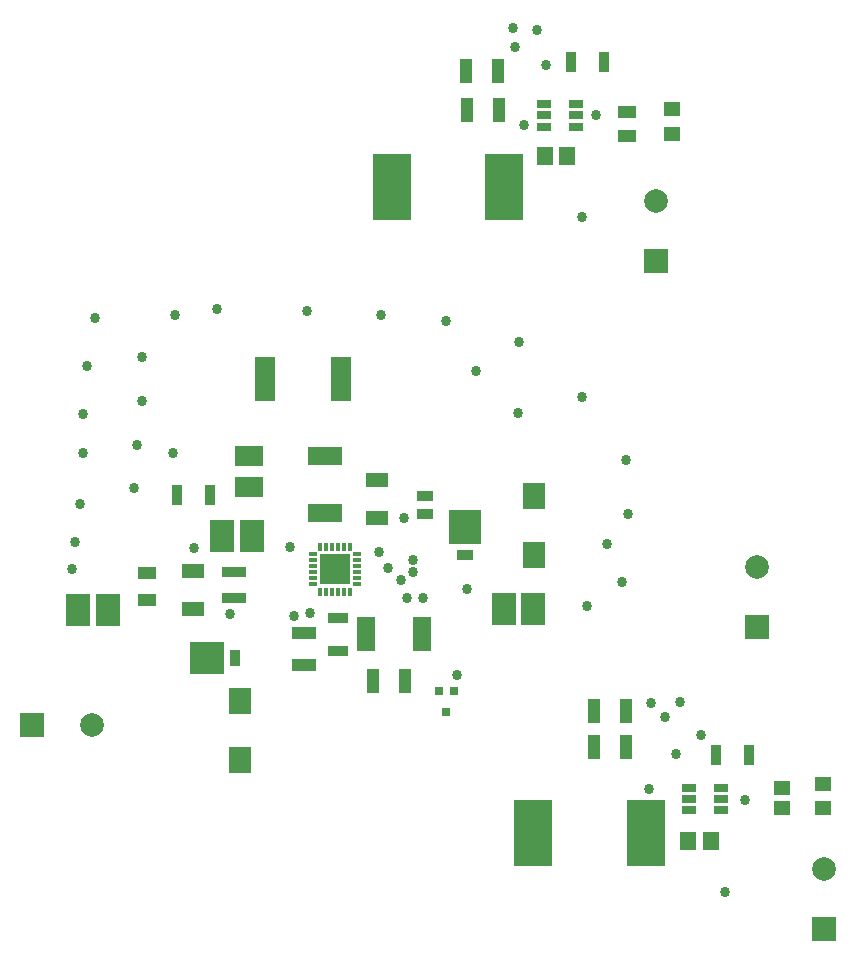
<source format=gts>
G04*
G04 #@! TF.GenerationSoftware,Altium Limited,Altium Designer,22.10.1 (41)*
G04*
G04 Layer_Color=8388736*
%FSLAX24Y24*%
%MOIN*%
G70*
G04*
G04 #@! TF.SameCoordinates,F22EFE63-58D3-4984-8651-CE55CF2E9756*
G04*
G04*
G04 #@! TF.FilePolarity,Negative*
G04*
G01*
G75*
%ADD20R,0.0374X0.0669*%
%ADD21R,0.0669X0.0374*%
%ADD26R,0.0828X0.1105*%
%ADD34R,0.0554X0.0615*%
%ADD35R,0.0576X0.0494*%
%ADD36R,0.0536X0.0455*%
%ADD37R,0.0531X0.0374*%
%ADD43R,0.1045X0.1045*%
%ADD44R,0.0316X0.0178*%
%ADD45R,0.0178X0.0316*%
%ADD46R,0.0749X0.0867*%
%ADD47R,0.1261X0.2245*%
%ADD48R,0.0434X0.0808*%
%ADD49R,0.0808X0.0434*%
%ADD50R,0.0592X0.1182*%
%ADD51R,0.0789X0.0375*%
%ADD52R,0.0749X0.0474*%
%ADD53R,0.0690X0.1458*%
%ADD54R,0.1182X0.0592*%
%ADD55R,0.0946X0.0671*%
%ADD56R,0.0592X0.0434*%
%ADD57R,0.0434X0.0828*%
%ADD58R,0.0513X0.0316*%
%ADD59R,0.0580X0.0380*%
%ADD60R,0.1080X0.1131*%
%ADD61R,0.1131X0.1080*%
%ADD62R,0.0380X0.0580*%
%ADD63R,0.0316X0.0316*%
%ADD64R,0.0789X0.0789*%
%ADD65C,0.0789*%
%ADD66R,0.0789X0.0789*%
%ADD67C,0.0340*%
D20*
X42851Y44689D02*
D03*
X41748D02*
D03*
X47677Y21575D02*
D03*
X46575D02*
D03*
X29715Y30226D02*
D03*
X28612D02*
D03*
D21*
X33976Y26152D02*
D03*
Y25049D02*
D03*
D26*
X40492Y26447D02*
D03*
X39508D02*
D03*
X31122Y28858D02*
D03*
X30138D02*
D03*
X25325Y26398D02*
D03*
X26309D02*
D03*
D34*
X46419Y18701D02*
D03*
X45669D02*
D03*
X40885Y41555D02*
D03*
X41635D02*
D03*
D35*
X50167Y19803D02*
D03*
Y20610D02*
D03*
X45138Y42283D02*
D03*
Y43091D02*
D03*
D36*
X48780Y20483D02*
D03*
Y19793D02*
D03*
D37*
X36880Y30197D02*
D03*
Y29606D02*
D03*
D43*
X33888Y27766D02*
D03*
D44*
X34636Y27478D02*
D03*
Y27675D02*
D03*
Y27872D02*
D03*
Y28069D02*
D03*
Y28266D02*
D03*
Y27281D02*
D03*
X33140Y27472D02*
D03*
Y27669D02*
D03*
Y27866D02*
D03*
Y28063D02*
D03*
Y28259D02*
D03*
Y27275D02*
D03*
D45*
X34181Y28514D02*
D03*
X33985D02*
D03*
X33788D02*
D03*
X33591D02*
D03*
X33394D02*
D03*
X34378D02*
D03*
X34181Y27018D02*
D03*
X33985D02*
D03*
X33788D02*
D03*
X33591D02*
D03*
X33394D02*
D03*
X34378D02*
D03*
D46*
X40532Y30197D02*
D03*
Y28228D02*
D03*
X30719Y23386D02*
D03*
Y21417D02*
D03*
D47*
X39518Y40522D02*
D03*
X35778D02*
D03*
X40502Y18986D02*
D03*
X44242D02*
D03*
D48*
X35156Y24026D02*
D03*
X36220D02*
D03*
D49*
X32854Y24587D02*
D03*
Y25651D02*
D03*
D50*
X34911Y25620D02*
D03*
X36801D02*
D03*
D51*
X30531Y26791D02*
D03*
Y27657D02*
D03*
D52*
X35276Y29469D02*
D03*
Y30728D02*
D03*
X29144Y26447D02*
D03*
Y27707D02*
D03*
D53*
X31555Y34094D02*
D03*
X34094D02*
D03*
D54*
X33553Y31545D02*
D03*
Y29656D02*
D03*
D55*
X31024Y31555D02*
D03*
Y30492D02*
D03*
D56*
X27638Y27648D02*
D03*
Y26742D02*
D03*
X43632Y43022D02*
D03*
Y42195D02*
D03*
D57*
X42530Y21831D02*
D03*
X43593D02*
D03*
X42520Y23041D02*
D03*
X43583D02*
D03*
X39331Y44360D02*
D03*
X38268D02*
D03*
X39350Y43081D02*
D03*
X38287D02*
D03*
D58*
X45689Y20098D02*
D03*
Y19724D02*
D03*
X46752D02*
D03*
Y20094D02*
D03*
X45689Y20472D02*
D03*
X46752D02*
D03*
X40846Y42894D02*
D03*
X41909Y43268D02*
D03*
X40846D02*
D03*
X41909Y42890D02*
D03*
Y42520D02*
D03*
X40846D02*
D03*
D59*
X38209Y28248D02*
D03*
D60*
Y29173D02*
D03*
D61*
X29632Y24813D02*
D03*
D62*
X30557D02*
D03*
D63*
X37343Y23691D02*
D03*
X37854D02*
D03*
X37598Y23022D02*
D03*
D64*
X47972Y25841D02*
D03*
X50197Y15766D02*
D03*
X44596Y38049D02*
D03*
D65*
X47972Y27841D02*
D03*
X44596Y40049D02*
D03*
X25797Y22589D02*
D03*
X50197Y17766D02*
D03*
D66*
X23797Y22589D02*
D03*
D67*
X28490Y31630D02*
D03*
X33710Y28000D02*
D03*
X34120Y28010D02*
D03*
X34090Y27530D02*
D03*
X33640Y27550D02*
D03*
X32380Y28520D02*
D03*
X27185Y30482D02*
D03*
X29203Y28465D02*
D03*
X44902Y22854D02*
D03*
X45266Y21604D02*
D03*
X45394Y23327D02*
D03*
X44429Y23297D02*
D03*
X25118Y27776D02*
D03*
X25236Y28661D02*
D03*
X25394Y29941D02*
D03*
X27303Y31919D02*
D03*
X25492Y31634D02*
D03*
X27441Y33386D02*
D03*
X25502Y32933D02*
D03*
X27469Y34850D02*
D03*
X25620Y34528D02*
D03*
X25876Y36152D02*
D03*
X28553Y36250D02*
D03*
X29951Y36447D02*
D03*
X32963Y36358D02*
D03*
X35424Y36239D02*
D03*
X37579Y36053D02*
D03*
X40020Y35325D02*
D03*
X38573Y34370D02*
D03*
X42118Y33495D02*
D03*
X42274Y26555D02*
D03*
X42953Y28612D02*
D03*
X43465Y27352D02*
D03*
X39892Y45167D02*
D03*
X40630Y45728D02*
D03*
X39823Y45807D02*
D03*
X40187Y42579D02*
D03*
X37953Y24252D02*
D03*
X36073Y27392D02*
D03*
X43593Y31398D02*
D03*
X39990Y32963D02*
D03*
X43661Y29616D02*
D03*
X38278Y27106D02*
D03*
X36181Y29478D02*
D03*
X36293Y26815D02*
D03*
X36834D02*
D03*
X36486Y27657D02*
D03*
Y28061D02*
D03*
X35659Y27795D02*
D03*
X35344Y28337D02*
D03*
X30394Y26260D02*
D03*
X33071Y26309D02*
D03*
X32539Y26211D02*
D03*
X40925Y44557D02*
D03*
X42126Y39508D02*
D03*
X42579Y42894D02*
D03*
X44360Y20423D02*
D03*
X46102Y22254D02*
D03*
X47552Y20078D02*
D03*
X46902Y17017D02*
D03*
M02*

</source>
